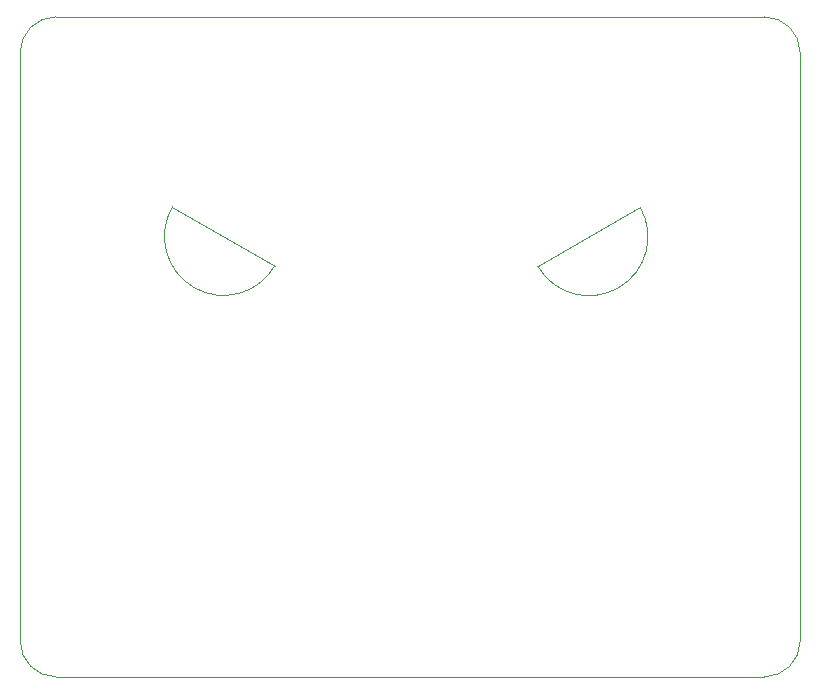
<source format=gbr>
%TF.GenerationSoftware,KiCad,Pcbnew,6.0.10-86aedd382b~118~ubuntu20.04.1*%
%TF.CreationDate,2024-03-07T10:40:57-05:00*%
%TF.ProjectId,dash_connector_adapter,64617368-5f63-46f6-9e6e-6563746f725f,rev?*%
%TF.SameCoordinates,Original*%
%TF.FileFunction,Profile,NP*%
%FSLAX46Y46*%
G04 Gerber Fmt 4.6, Leading zero omitted, Abs format (unit mm)*
G04 Created by KiCad (PCBNEW 6.0.10-86aedd382b~118~ubuntu20.04.1) date 2024-03-07 10:40:57*
%MOMM*%
%LPD*%
G01*
G04 APERTURE LIST*
%TA.AperFunction,Profile*%
%ADD10C,0.050000*%
%TD*%
%TA.AperFunction,Profile*%
%ADD11C,0.100000*%
%TD*%
%TA.AperFunction,Profile*%
%ADD12C,0.120000*%
%TD*%
G04 APERTURE END LIST*
D10*
X101596261Y-43684261D02*
X101596261Y-93475739D01*
X164595739Y-40636261D02*
X104644261Y-40636261D01*
X167643739Y-93475739D02*
X167643739Y-43684261D01*
X104644261Y-96523739D02*
X164595739Y-96523739D01*
D11*
X167643739Y-43684261D02*
G75*
G03*
X164595739Y-40636261I-3048002J-2D01*
G01*
X164595739Y-96523739D02*
G75*
G03*
X167643739Y-93475739I-2J3048002D01*
G01*
X101596261Y-93475739D02*
G75*
G03*
X104644261Y-96523739I3048002J2D01*
G01*
X104644261Y-40636261D02*
G75*
G03*
X101596261Y-43684261I0J-3048000D01*
G01*
%TO.C,J2*%
X145425619Y-61753000D02*
X154085873Y-56753000D01*
D12*
X145425620Y-61753000D02*
G75*
G03*
X154085872Y-56753000I4330126J2500000D01*
G01*
%TO.C,J1*%
X114486128Y-56729000D02*
G75*
G03*
X123146380Y-61729000I4330126J-2500000D01*
G01*
D11*
X123146381Y-61729000D02*
X114486127Y-56729000D01*
%TD*%
M02*

</source>
